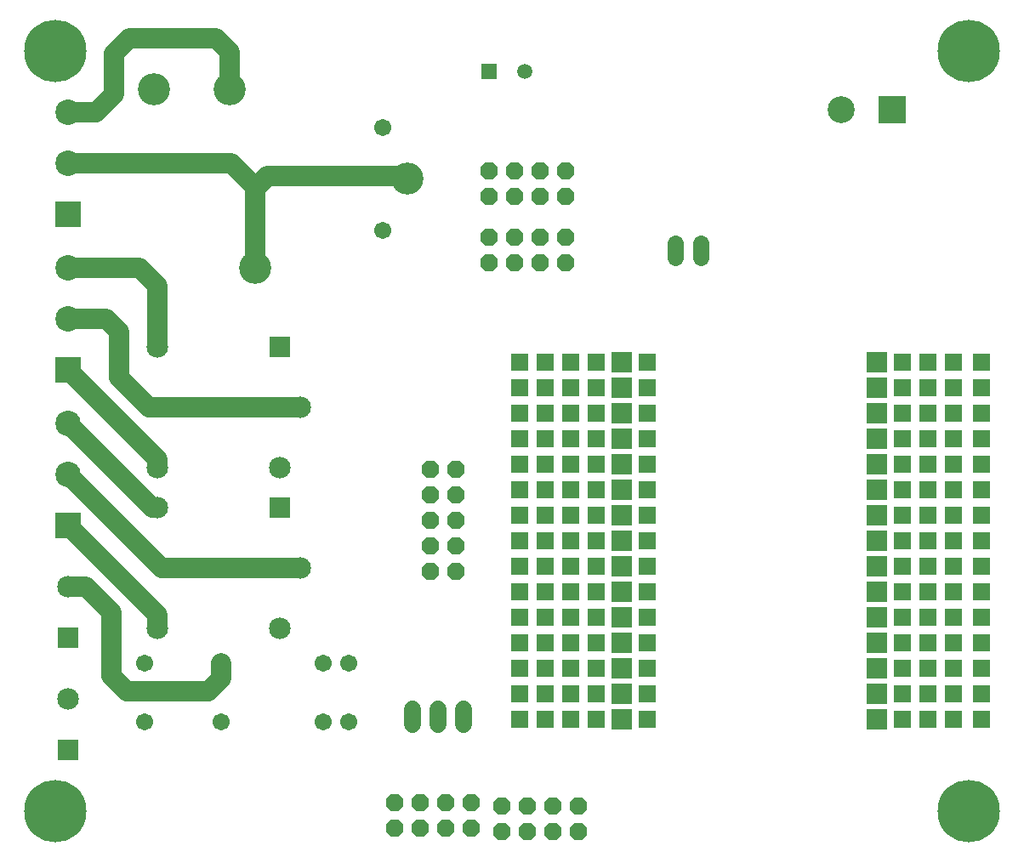
<source format=gbr>
G04 EAGLE Gerber RS-274X export*
G75*
%MOMM*%
%FSLAX34Y34*%
%LPD*%
%INSoldermask Bottom*%
%IPPOS*%
%AMOC8*
5,1,8,0,0,1.08239X$1,22.5*%
G01*
%ADD10C,2.000000*%
%ADD11R,2.133600X2.133600*%
%ADD12C,3.203200*%
%ADD13C,1.711200*%
%ADD14R,2.153200X2.153200*%
%ADD15C,2.153200*%
%ADD16R,1.511200X1.511200*%
%ADD17C,1.511200*%
%ADD18C,6.203200*%
%ADD19P,1.869504X8X292.500000*%
%ADD20R,1.727200X1.727200*%
%ADD21C,1.727200*%
%ADD22P,1.869504X8X22.500000*%
%ADD23R,2.678200X2.678200*%
%ADD24C,2.678200*%
%ADD25R,2.528200X2.528200*%
%ADD26C,2.528200*%
%ADD27C,1.625600*%


D10*
X99060Y914400D02*
X99060Y955040D01*
X214160Y956780D02*
X214160Y919480D01*
X214160Y956780D02*
X200660Y970280D01*
X114300Y970280D01*
X99060Y955040D01*
X99060Y914400D02*
X81280Y896620D01*
X53340Y896620D01*
X53340Y845820D02*
X215900Y845820D01*
X239160Y822560D01*
X239160Y820820D02*
X239160Y741480D01*
X239160Y820820D02*
X251460Y833120D01*
X239160Y822560D02*
X239160Y820820D01*
X251460Y833120D02*
X388520Y833120D01*
X124460Y741680D02*
X53340Y741680D01*
X124460Y741680D02*
X142160Y723980D01*
X142160Y662940D01*
X91440Y690880D02*
X53340Y690880D01*
X91440Y690880D02*
X104140Y678180D01*
X104140Y632460D01*
X133660Y602940D01*
X284160Y602940D01*
X142160Y551260D02*
X53340Y640080D01*
X142160Y551260D02*
X142160Y542940D01*
X137160Y502920D02*
X53340Y586740D01*
X137160Y502920D02*
X142160Y502920D01*
X146360Y442920D02*
X53340Y535940D01*
X146360Y442920D02*
X284160Y442920D01*
X142160Y396320D02*
X53340Y485140D01*
X142160Y396320D02*
X142160Y382920D01*
X96520Y398780D02*
X71120Y424180D01*
X96520Y398780D02*
X96520Y335280D01*
X111760Y320040D02*
X193040Y320040D01*
X111760Y320040D02*
X96520Y335280D01*
X193040Y320040D02*
X205740Y332740D01*
X205740Y347980D01*
X71120Y424180D02*
X53340Y424180D01*
D11*
X858520Y292100D03*
X858520Y317500D03*
X858520Y342900D03*
X858520Y368300D03*
X858520Y393700D03*
X858520Y419100D03*
X858520Y444500D03*
X858520Y469900D03*
X858520Y495300D03*
X858520Y520700D03*
X858520Y546100D03*
X858520Y571500D03*
X858520Y596900D03*
X858520Y622300D03*
X858520Y647700D03*
X604520Y292100D03*
X604520Y317500D03*
X604520Y342900D03*
X604520Y368300D03*
X604520Y393700D03*
X604520Y419100D03*
X604520Y444500D03*
X604520Y469900D03*
X604520Y495300D03*
X604520Y520700D03*
X604520Y546100D03*
X604520Y571500D03*
X604520Y596900D03*
X604520Y622300D03*
X604520Y647700D03*
D12*
X391160Y830480D03*
X239160Y741480D03*
X214160Y919480D03*
X138160Y919480D03*
D13*
X366160Y779480D03*
X366160Y881480D03*
D14*
X264160Y662940D03*
D15*
X142160Y662940D03*
X142160Y542940D03*
X264160Y542940D03*
X284160Y602940D03*
D13*
X129540Y347980D03*
X205740Y347980D03*
X307340Y347980D03*
X332740Y347980D03*
D16*
X472440Y937260D03*
D17*
X507440Y937260D03*
D18*
X40640Y957580D03*
X949960Y957580D03*
X949960Y200660D03*
X40640Y200660D03*
D14*
X264160Y502920D03*
D15*
X142160Y502920D03*
X142160Y382920D03*
X264160Y382920D03*
X284160Y442920D03*
D13*
X129540Y289560D03*
X205740Y289560D03*
X307340Y289560D03*
X332740Y289560D03*
D19*
X414020Y541020D03*
X439420Y541020D03*
X414020Y515620D03*
X439420Y515620D03*
X414020Y490220D03*
X439420Y490220D03*
X414020Y464820D03*
X439420Y464820D03*
X414020Y439420D03*
X439420Y439420D03*
D20*
X909320Y292100D03*
X909320Y317500D03*
X909320Y342900D03*
X909320Y368300D03*
X909320Y393700D03*
X909320Y419100D03*
X909320Y444500D03*
X909320Y469900D03*
X909320Y495300D03*
X909320Y520700D03*
X909320Y546100D03*
X909320Y571500D03*
X909320Y596900D03*
X909320Y622300D03*
X909320Y647700D03*
X553720Y292100D03*
X553720Y317500D03*
X553720Y342900D03*
X553720Y368300D03*
X553720Y393700D03*
X553720Y419100D03*
X553720Y444500D03*
X553720Y469900D03*
X553720Y495300D03*
X553720Y520700D03*
X553720Y546100D03*
X553720Y571500D03*
X553720Y596900D03*
X553720Y622300D03*
X553720Y647700D03*
X528320Y647700D03*
X528320Y622300D03*
X528320Y596900D03*
X528320Y571500D03*
X528320Y546100D03*
X528320Y520700D03*
X528320Y495300D03*
X528320Y469900D03*
X528320Y444500D03*
X528320Y419100D03*
X528320Y393700D03*
X528320Y368300D03*
X528320Y342900D03*
X528320Y317500D03*
X528320Y292100D03*
X934720Y292100D03*
X934720Y317500D03*
X934720Y342900D03*
X934720Y368300D03*
X934720Y393700D03*
X934720Y419100D03*
X934720Y444500D03*
X934720Y469900D03*
X934720Y495300D03*
X934720Y520700D03*
X934720Y546100D03*
X934720Y571500D03*
X934720Y596900D03*
X934720Y622300D03*
X934720Y647700D03*
X962660Y647700D03*
X962660Y622300D03*
X962660Y596900D03*
X962660Y571500D03*
X962660Y546100D03*
X962660Y520700D03*
X962660Y495300D03*
X962660Y469900D03*
X962660Y444500D03*
X962660Y419100D03*
X962660Y393700D03*
X962660Y368300D03*
X962660Y342900D03*
X962660Y317500D03*
X962660Y292100D03*
X502920Y647700D03*
X502920Y622300D03*
X502920Y596900D03*
X502920Y571500D03*
X502920Y546100D03*
X502920Y520700D03*
X502920Y495300D03*
X502920Y469900D03*
X502920Y444500D03*
X502920Y419100D03*
X502920Y393700D03*
X502920Y368300D03*
X502920Y342900D03*
X502920Y317500D03*
X502920Y292100D03*
D21*
X447040Y287020D02*
X447040Y302260D01*
X421640Y302260D02*
X421640Y287020D01*
X396240Y287020D02*
X396240Y302260D01*
D22*
X378460Y184150D03*
X378460Y209550D03*
X403860Y184150D03*
X403860Y209550D03*
X429260Y184150D03*
X429260Y209550D03*
X454660Y184150D03*
X454660Y209550D03*
X485140Y180340D03*
X485140Y205740D03*
X510540Y180340D03*
X510540Y205740D03*
X535940Y180340D03*
X535940Y205740D03*
X561340Y180340D03*
X561340Y205740D03*
X472440Y812800D03*
X472440Y838200D03*
X497840Y812800D03*
X497840Y838200D03*
X523240Y812800D03*
X523240Y838200D03*
X548640Y812800D03*
X548640Y838200D03*
D23*
X873760Y899160D03*
D24*
X822960Y899160D03*
D20*
X883920Y292100D03*
X883920Y317500D03*
X883920Y342900D03*
X883920Y368300D03*
X883920Y393700D03*
X883920Y419100D03*
X883920Y444500D03*
X883920Y469900D03*
X883920Y495300D03*
X883920Y520700D03*
X883920Y546100D03*
X883920Y571500D03*
X883920Y596900D03*
X883920Y622300D03*
X883920Y647700D03*
X579120Y292100D03*
X579120Y317500D03*
X579120Y342900D03*
X579120Y368300D03*
X579120Y393700D03*
X579120Y419100D03*
X579120Y444500D03*
X579120Y469900D03*
X579120Y495300D03*
X579120Y520700D03*
X579120Y546100D03*
X579120Y571500D03*
X579120Y596900D03*
X579120Y622300D03*
X579120Y647700D03*
X629920Y292100D03*
X629920Y317500D03*
X629920Y342900D03*
X629920Y368300D03*
X629920Y393700D03*
X629920Y419100D03*
X629920Y444500D03*
X629920Y469900D03*
X629920Y495300D03*
X629920Y520700D03*
X629920Y546100D03*
X629920Y571500D03*
X629920Y596900D03*
X629920Y622300D03*
X629920Y647700D03*
D22*
X472440Y746760D03*
X472440Y772160D03*
X497840Y746760D03*
X497840Y772160D03*
X523240Y746760D03*
X523240Y772160D03*
X548640Y746760D03*
X548640Y772160D03*
D25*
X53340Y795020D03*
D26*
X53340Y845820D03*
X53340Y896620D03*
D25*
X53340Y640080D03*
D26*
X53340Y690880D03*
X53340Y741680D03*
D25*
X53340Y485140D03*
D26*
X53340Y535940D03*
X53340Y586740D03*
D14*
X53340Y373380D03*
D15*
X53340Y424180D03*
D14*
X53340Y261620D03*
D15*
X53340Y312420D03*
D27*
X683260Y752348D02*
X683260Y766572D01*
X657860Y766572D02*
X657860Y752348D01*
M02*

</source>
